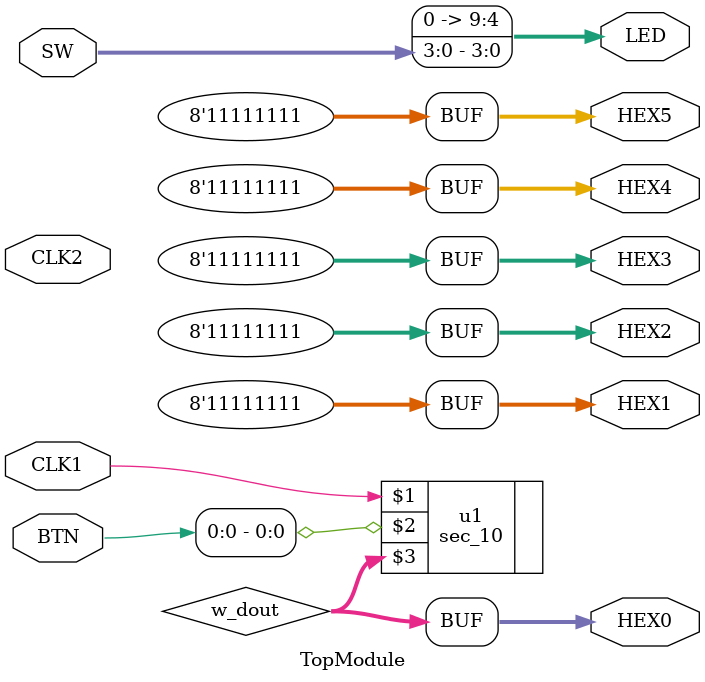
<source format=v>
module TopModule(
	///CLOCK/////
	input              CLK1,
	input              CLK2,
	//// SEG7/////
	output     [7:0]   HEX0,
	output     [7:0]   HEX1,
	output     [7:0]   HEX2,
	output     [7:0]   HEX3,
	output     [7:0]   HEX4,
	output     [7:0]   HEX5,
	//// PUSH BUTTON //////
	input      [1:0]   BTN,
	///// LED////////
	output     [9:0]   LED,
	/////// SW///////////
	input      [9:0]   SW
   
	);
//	wire w_and, w_or, w_not, w_xor;
//	
//	m_and u1(SW[0], SW[1], w_and);
//	m_or u2(SW[2], SW[3], w_or);
//	m_not u3(SW[4], w_not);
//	m_xor u4(SW[5], SW[6], w_xor);

	wire [7:0] w_dout;
	
	sec_10 u1(CLK1, BTN[0], w_dout);
	

assign LED={6'b0, SW[3:0]};
assign HEX0=w_dout;
assign HEX1=8'hff;
assign HEX2=8'hff;
assign HEX3=8'hff;
assign HEX4=8'hff;
assign HEX5=8'hff;

endmodule
</source>
